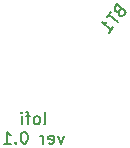
<source format=gbr>
G04 #@! TF.GenerationSoftware,KiCad,Pcbnew,5.1.2*
G04 #@! TF.CreationDate,2019-08-16T23:11:14-07:00*
G04 #@! TF.ProjectId,lofi,6c6f6669-2e6b-4696-9361-645f70636258,rev?*
G04 #@! TF.SameCoordinates,Original*
G04 #@! TF.FileFunction,Legend,Bot*
G04 #@! TF.FilePolarity,Positive*
%FSLAX46Y46*%
G04 Gerber Fmt 4.6, Leading zero omitted, Abs format (unit mm)*
G04 Created by KiCad (PCBNEW 5.1.2) date 2019-08-16 23:11:14*
%MOMM*%
%LPD*%
G04 APERTURE LIST*
%ADD10C,0.150000*%
G04 APERTURE END LIST*
D10*
X129457142Y-92127380D02*
X129552380Y-92079761D01*
X129600000Y-91984523D01*
X129600000Y-91127380D01*
X128933333Y-92127380D02*
X129028571Y-92079761D01*
X129076190Y-92032142D01*
X129123809Y-91936904D01*
X129123809Y-91651190D01*
X129076190Y-91555952D01*
X129028571Y-91508333D01*
X128933333Y-91460714D01*
X128790476Y-91460714D01*
X128695238Y-91508333D01*
X128647619Y-91555952D01*
X128600000Y-91651190D01*
X128600000Y-91936904D01*
X128647619Y-92032142D01*
X128695238Y-92079761D01*
X128790476Y-92127380D01*
X128933333Y-92127380D01*
X128314285Y-91460714D02*
X127933333Y-91460714D01*
X128171428Y-92127380D02*
X128171428Y-91270238D01*
X128123809Y-91175000D01*
X128028571Y-91127380D01*
X127933333Y-91127380D01*
X127600000Y-92127380D02*
X127600000Y-91460714D01*
X127600000Y-91127380D02*
X127647619Y-91175000D01*
X127600000Y-91222619D01*
X127552380Y-91175000D01*
X127600000Y-91127380D01*
X127600000Y-91222619D01*
X131147619Y-93110714D02*
X130909523Y-93777380D01*
X130671428Y-93110714D01*
X129909523Y-93729761D02*
X130004761Y-93777380D01*
X130195238Y-93777380D01*
X130290476Y-93729761D01*
X130338095Y-93634523D01*
X130338095Y-93253571D01*
X130290476Y-93158333D01*
X130195238Y-93110714D01*
X130004761Y-93110714D01*
X129909523Y-93158333D01*
X129861904Y-93253571D01*
X129861904Y-93348809D01*
X130338095Y-93444047D01*
X129433333Y-93777380D02*
X129433333Y-93110714D01*
X129433333Y-93301190D02*
X129385714Y-93205952D01*
X129338095Y-93158333D01*
X129242857Y-93110714D01*
X129147619Y-93110714D01*
X127861904Y-92777380D02*
X127766666Y-92777380D01*
X127671428Y-92825000D01*
X127623809Y-92872619D01*
X127576190Y-92967857D01*
X127528571Y-93158333D01*
X127528571Y-93396428D01*
X127576190Y-93586904D01*
X127623809Y-93682142D01*
X127671428Y-93729761D01*
X127766666Y-93777380D01*
X127861904Y-93777380D01*
X127957142Y-93729761D01*
X128004761Y-93682142D01*
X128052380Y-93586904D01*
X128100000Y-93396428D01*
X128100000Y-93158333D01*
X128052380Y-92967857D01*
X128004761Y-92872619D01*
X127957142Y-92825000D01*
X127861904Y-92777380D01*
X127100000Y-93682142D02*
X127052380Y-93729761D01*
X127100000Y-93777380D01*
X127147619Y-93729761D01*
X127100000Y-93682142D01*
X127100000Y-93777380D01*
X126100000Y-93777380D02*
X126671428Y-93777380D01*
X126385714Y-93777380D02*
X126385714Y-92777380D01*
X126480952Y-92920238D01*
X126576190Y-93015476D01*
X126671428Y-93063095D01*
X135850329Y-82552194D02*
X135794981Y-82692238D01*
X135800850Y-82759325D01*
X135843198Y-82857021D01*
X135952633Y-82948848D01*
X136056198Y-82973588D01*
X136123286Y-82967718D01*
X136220982Y-82925371D01*
X136465853Y-82633544D01*
X135699809Y-81990757D01*
X135485546Y-82246105D01*
X135460807Y-82349670D01*
X135466676Y-82416757D01*
X135509024Y-82514454D01*
X135581980Y-82575672D01*
X135685546Y-82600411D01*
X135752633Y-82594542D01*
X135850329Y-82552194D01*
X136064592Y-82296846D01*
X135148848Y-82647366D02*
X134781541Y-83085106D01*
X135731239Y-83509024D02*
X134965195Y-82866236D01*
X134996625Y-84384503D02*
X135363932Y-83946763D01*
X135180278Y-84165633D02*
X134414234Y-83522845D01*
X134584886Y-83541716D01*
X134719061Y-83529977D01*
X134816757Y-83487629D01*
M02*

</source>
